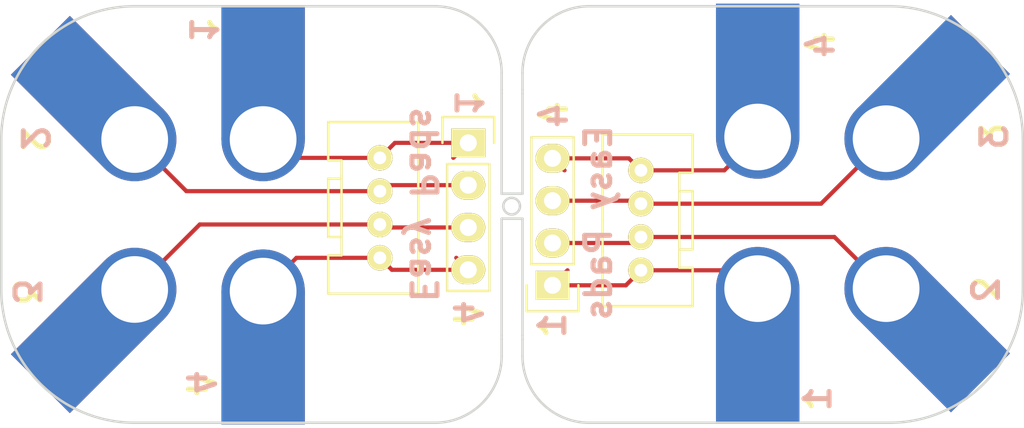
<source format=kicad_pcb>
(kicad_pcb (version 4) (host pcbnew 4.0.3-stable)

  (general
    (links 36)
    (no_connects 4)
    (area 78.924999 47.924999 140.325001 73.075001)
    (thickness 1.6)
    (drawings 55)
    (tracks 40)
    (zones 0)
    (modules 12)
    (nets 5)
  )

  (page A4)
  (layers
    (0 F.Cu signal)
    (31 B.Cu signal)
    (32 B.Adhes user)
    (33 F.Adhes user)
    (34 B.Paste user)
    (35 F.Paste user)
    (36 B.SilkS user)
    (37 F.SilkS user)
    (38 B.Mask user)
    (39 F.Mask user)
    (40 Dwgs.User user)
    (41 Cmts.User user)
    (42 Eco1.User user)
    (43 Eco2.User user)
    (44 Edge.Cuts user)
    (45 Margin user)
    (46 B.CrtYd user)
    (47 F.CrtYd user)
    (48 B.Fab user)
    (49 F.Fab user)
  )

  (setup
    (last_trace_width 0.25)
    (trace_clearance 0.2)
    (zone_clearance 0.508)
    (zone_45_only no)
    (trace_min 0.2)
    (segment_width 0.2)
    (edge_width 0.15)
    (via_size 0.6)
    (via_drill 0.4)
    (via_min_size 0.4)
    (via_min_drill 0.3)
    (uvia_size 0.3)
    (uvia_drill 0.1)
    (uvias_allowed no)
    (uvia_min_size 0.2)
    (uvia_min_drill 0.1)
    (pcb_text_width 0.3)
    (pcb_text_size 1.5 1.5)
    (mod_edge_width 0.15)
    (mod_text_size 1 1)
    (mod_text_width 0.15)
    (pad_size 1.524 1.524)
    (pad_drill 0.762)
    (pad_to_mask_clearance 0.2)
    (aux_axis_origin 0 0)
    (visible_elements FFFFB77F)
    (pcbplotparams
      (layerselection 0x00030_80000001)
      (usegerberextensions false)
      (excludeedgelayer true)
      (linewidth 0.100000)
      (plotframeref false)
      (viasonmask false)
      (mode 1)
      (useauxorigin false)
      (hpglpennumber 1)
      (hpglpenspeed 20)
      (hpglpendiameter 15)
      (hpglpenoverlay 2)
      (psnegative false)
      (psa4output false)
      (plotreference true)
      (plotvalue true)
      (plotinvisibletext false)
      (padsonsilk false)
      (subtractmaskfromsilk false)
      (outputformat 1)
      (mirror false)
      (drillshape 1)
      (scaleselection 1)
      (outputdirectory ""))
  )

  (net 0 "")
  (net 1 "Net-(P1-Pad1)")
  (net 2 "Net-(P1-Pad2)")
  (net 3 "Net-(P1-Pad3)")
  (net 4 "Net-(P1-Pad4)")

  (net_class Default "This is the default net class."
    (clearance 0.2)
    (trace_width 0.25)
    (via_dia 0.6)
    (via_drill 0.4)
    (uvia_dia 0.3)
    (uvia_drill 0.1)
    (add_net "Net-(P1-Pad1)")
    (add_net "Net-(P1-Pad2)")
    (add_net "Net-(P1-Pad3)")
    (add_net "Net-(P1-Pad4)")
  )

  (module w_conn_misc:z_BBC-BIT (layer F.Cu) (tedit 581EF109) (tstamp 58C87540)
    (at 124.35 55.85 180)
    (path /58C3D0A8)
    (fp_text reference P6 (at 0 0.125 180) (layer F.Fab)
      (effects (font (size 0.1 0.1) (thickness 0.01)))
    )
    (fp_text value CONN_01X01 (at 0 -0.125 180) (layer F.Fab)
      (effects (font (size 0.1 0.1) (thickness 0.01)))
    )
    (fp_text user %R (at 0 0 360) (layer Eco1.User)
      (effects (font (size 0.3 0.3) (thickness 0.03)))
    )
    (fp_line (start 0 -3.1) (end 0 3.1) (layer Cmts.User) (width 0.05))
    (fp_line (start -3.1 0) (end 3.1 0) (layer Cmts.User) (width 0.05))
    (fp_arc (start 0 0) (end -2.7 0) (angle 180) (layer F.CrtYd) (width 0.05))
    (fp_line (start 2.7 8.2) (end 2.7 0) (layer F.CrtYd) (width 0.05))
    (fp_line (start -2.7 8.2) (end 2.7 8.2) (layer F.CrtYd) (width 0.05))
    (fp_line (start -2.7 0) (end -2.7 8.2) (layer F.CrtYd) (width 0.05))
    (pad 1 thru_hole circle (at 0 0 180) (size 5 5) (drill 4) (layers *.Cu *.Mask)
      (net 4 "Net-(P1-Pad4)"))
    (pad 1 smd rect (at 0 4 180) (size 5 8) (layers F.Cu F.Mask)
      (net 4 "Net-(P1-Pad4)"))
    (pad 1 smd rect (at 0 4 180) (size 5 8) (layers *.Mask B.Cu)
      (net 4 "Net-(P1-Pad4)"))
  )

  (module w_conn_misc:z_BBC-BIT (layer F.Cu) (tedit 581EF109) (tstamp 58C87533)
    (at 132.05 55.95 135)
    (path /58C3D082)
    (fp_text reference P5 (at 0 0.125 135) (layer F.Fab)
      (effects (font (size 0.1 0.1) (thickness 0.01)))
    )
    (fp_text value CONN_01X01 (at 0 -0.125 135) (layer F.Fab)
      (effects (font (size 0.1 0.1) (thickness 0.01)))
    )
    (fp_text user %R (at 0 0 315) (layer Eco1.User)
      (effects (font (size 0.3 0.3) (thickness 0.03)))
    )
    (fp_line (start 0 -3.1) (end 0 3.1) (layer Cmts.User) (width 0.05))
    (fp_line (start -3.1 0) (end 3.1 0) (layer Cmts.User) (width 0.05))
    (fp_arc (start 0 0) (end -2.7 0) (angle 180) (layer F.CrtYd) (width 0.05))
    (fp_line (start 2.7 8.2) (end 2.7 0) (layer F.CrtYd) (width 0.05))
    (fp_line (start -2.7 8.2) (end 2.7 8.2) (layer F.CrtYd) (width 0.05))
    (fp_line (start -2.7 0) (end -2.7 8.2) (layer F.CrtYd) (width 0.05))
    (pad 1 thru_hole circle (at 0 0 135) (size 5 5) (drill 4) (layers *.Cu *.Mask)
      (net 3 "Net-(P1-Pad3)"))
    (pad 1 smd rect (at 0 4 135) (size 5 8) (layers F.Cu F.Mask)
      (net 3 "Net-(P1-Pad3)"))
    (pad 1 smd rect (at 0 4 135) (size 5 8) (layers *.Mask B.Cu)
      (net 3 "Net-(P1-Pad3)"))
  )

  (module w_conn_misc:z_BBC-BIT (layer F.Cu) (tedit 581EF109) (tstamp 58C87526)
    (at 132.05 64.95 45)
    (path /58C3D05D)
    (fp_text reference P4 (at 0 0.125 45) (layer F.Fab)
      (effects (font (size 0.1 0.1) (thickness 0.01)))
    )
    (fp_text value CONN_01X01 (at 0 -0.125 45) (layer F.Fab)
      (effects (font (size 0.1 0.1) (thickness 0.01)))
    )
    (fp_text user %R (at 0 0 225) (layer Eco1.User)
      (effects (font (size 0.3 0.3) (thickness 0.03)))
    )
    (fp_line (start 0 -3.1) (end 0 3.1) (layer Cmts.User) (width 0.05))
    (fp_line (start -3.1 0) (end 3.1 0) (layer Cmts.User) (width 0.05))
    (fp_arc (start 0 0) (end -2.7 0) (angle 180) (layer F.CrtYd) (width 0.05))
    (fp_line (start 2.7 8.2) (end 2.7 0) (layer F.CrtYd) (width 0.05))
    (fp_line (start -2.7 8.2) (end 2.7 8.2) (layer F.CrtYd) (width 0.05))
    (fp_line (start -2.7 0) (end -2.7 8.2) (layer F.CrtYd) (width 0.05))
    (pad 1 thru_hole circle (at 0 0 45) (size 5 5) (drill 4) (layers *.Cu *.Mask)
      (net 2 "Net-(P1-Pad2)"))
    (pad 1 smd rect (at 0 4 45) (size 5 8) (layers F.Cu F.Mask)
      (net 2 "Net-(P1-Pad2)"))
    (pad 1 smd rect (at 0 4 45) (size 5 8) (layers *.Mask B.Cu)
      (net 2 "Net-(P1-Pad2)"))
  )

  (module w_conn_misc:z_BBC-BIT (layer F.Cu) (tedit 581EF109) (tstamp 58C87519)
    (at 124.35 64.95)
    (path /58C3D034)
    (fp_text reference P3 (at 0 0.125) (layer F.Fab)
      (effects (font (size 0.1 0.1) (thickness 0.01)))
    )
    (fp_text value CONN_01X01 (at 0 -0.125) (layer F.Fab)
      (effects (font (size 0.1 0.1) (thickness 0.01)))
    )
    (fp_text user %R (at 0 0 180) (layer Eco1.User)
      (effects (font (size 0.3 0.3) (thickness 0.03)))
    )
    (fp_line (start 0 -3.1) (end 0 3.1) (layer Cmts.User) (width 0.05))
    (fp_line (start -3.1 0) (end 3.1 0) (layer Cmts.User) (width 0.05))
    (fp_arc (start 0 0) (end -2.7 0) (angle 180) (layer F.CrtYd) (width 0.05))
    (fp_line (start 2.7 8.2) (end 2.7 0) (layer F.CrtYd) (width 0.05))
    (fp_line (start -2.7 8.2) (end 2.7 8.2) (layer F.CrtYd) (width 0.05))
    (fp_line (start -2.7 0) (end -2.7 8.2) (layer F.CrtYd) (width 0.05))
    (pad 1 thru_hole circle (at 0 0) (size 5 5) (drill 4) (layers *.Cu *.Mask)
      (net 1 "Net-(P1-Pad1)"))
    (pad 1 smd rect (at 0 4) (size 5 8) (layers F.Cu F.Mask)
      (net 1 "Net-(P1-Pad1)"))
    (pad 1 smd rect (at 0 4) (size 5 8) (layers *.Mask B.Cu)
      (net 1 "Net-(P1-Pad1)"))
  )

  (module w_conn_misc:grove_1x04 (layer F.Cu) (tedit 58C8723A) (tstamp 58C87512)
    (at 117.35 63.85 180)
    (descr http://electronics.stackexchange.com/questions/247361/grove-connector-smd-footprint-dimensions)
    (tags Grove-1x04)
    (path /58C866EA)
    (fp_text reference P2 (at -1 -3 180) (layer F.SilkS) hide
      (effects (font (size 1 1) (thickness 0.15)))
    )
    (fp_text value Grove (at 3.5 3 270) (layer F.Fab) hide
      (effects (font (size 1 1) (thickness 0.15)))
    )
    (fp_line (start 2.3 1.2) (end 2.3 0) (layer F.SilkS) (width 0.15))
    (fp_line (start -2.3 1.1) (end -2.3 0.2) (layer F.SilkS) (width 0.15))
    (fp_line (start 2.55 -2.4) (end -3.35 -2.4) (layer B.CrtYd) (width 0.05))
    (fp_line (start -3.35 -2.4) (end -3.35 8.4) (layer B.CrtYd) (width 0.05))
    (fp_line (start -3.35 8.4) (end 2.55 8.4) (layer B.CrtYd) (width 0.05))
    (fp_line (start 2.55 8.4) (end 2.55 -2.4) (layer B.CrtYd) (width 0.05))
    (fp_line (start -3.05 -2.4) (end -3.35 -2.4) (layer F.CrtYd) (width 0.05))
    (fp_line (start -3.35 -2.4) (end -3.35 8.4) (layer F.CrtYd) (width 0.05))
    (fp_line (start -3.35 8.4) (end 2.55 8.4) (layer F.CrtYd) (width 0.05))
    (fp_line (start 2.55 8.4) (end 2.55 -2.4) (layer F.CrtYd) (width 0.05))
    (fp_line (start -3.05 -2.4) (end 2.55 -2.4) (layer F.CrtYd) (width 0.05))
    (fp_line (start -2.95 0.15) (end -2.3 0.15) (layer F.SilkS) (width 0.15))
    (fp_line (start -2.3 1.05) (end -2.3 5.85) (layer F.SilkS) (width 0.15))
    (fp_line (start -2.95 8.15) (end -3.1 8.15) (layer F.SilkS) (width 0.15))
    (fp_line (start -3.1 8.15) (end -3.1 8) (layer F.SilkS) (width 0.15))
    (fp_line (start -3.1 6) (end -3.1 5.85) (layer F.SilkS) (width 0.15))
    (fp_line (start 2 8.15) (end 2.15 8.15) (layer F.SilkS) (width 0.15))
    (fp_line (start 2.15 8.15) (end 2.3 8.15) (layer F.SilkS) (width 0.15))
    (fp_line (start 2.3 8.15) (end 2.3 3) (layer F.SilkS) (width 0.15))
    (fp_line (start 2.3 -2) (end 2.3 0.1) (layer F.SilkS) (width 0.15))
    (fp_line (start -2.95 0.15) (end -3.1 0.15) (layer F.SilkS) (width 0.15))
    (fp_line (start -3.1 0.15) (end -3.1 0) (layer F.SilkS) (width 0.15))
    (fp_line (start -3.1 -2) (end -3.1 -2.15) (layer F.SilkS) (width 0.15))
    (fp_line (start -3.1 -2.15) (end -2.95 -2.15) (layer F.SilkS) (width 0.15))
    (fp_line (start 2 -2.15) (end 2.3 -2.15) (layer F.SilkS) (width 0.15))
    (fp_line (start 2.3 -2.15) (end 2.3 -2.05) (layer F.SilkS) (width 0.15))
    (fp_line (start 2.3 -2.05) (end 2.3 -2) (layer F.SilkS) (width 0.15))
    (fp_line (start -2.3 1.25) (end -3.1 1.25) (layer F.SilkS) (width 0.15))
    (fp_line (start -3.1 1.25) (end -3.1 4.75) (layer F.SilkS) (width 0.15))
    (fp_line (start -3.1 4.75) (end -2.3 4.75) (layer F.SilkS) (width 0.15))
    (fp_line (start 2.3 1.05) (end 2.3 3) (layer F.SilkS) (width 0.15))
    (fp_line (start -2.95 -2.15) (end 2 -2.15) (layer F.SilkS) (width 0.15))
    (fp_line (start -2.95 8.15) (end 2 8.15) (layer F.SilkS) (width 0.15))
    (fp_line (start -3.1 5.85) (end -2.3 5.85) (layer F.SilkS) (width 0.15))
    (fp_line (start -3.1 -2) (end -3.1 0) (layer F.SilkS) (width 0.15))
    (fp_line (start -3.1 6) (end -3.1 8) (layer F.SilkS) (width 0.15))
    (fp_line (start -3.35 -2.4) (end 2.55 -2.4) (layer F.Fab) (width 0.1))
    (fp_line (start 2.55 -2.4) (end 2.55 8.4) (layer F.Fab) (width 0.1))
    (fp_line (start 2.55 8.4) (end -3.35 8.4) (layer F.Fab) (width 0.1))
    (fp_line (start -3.35 8.4) (end -3.35 -2.4) (layer F.Fab) (width 0.1))
    (fp_line (start 2.55 8.4) (end -3.35 8.4) (layer B.Fab) (width 0.1))
    (fp_line (start -3.35 8.4) (end -3.35 -2.4) (layer B.Fab) (width 0.1))
    (fp_line (start -3.35 -2.4) (end 2.55 -2.4) (layer B.Fab) (width 0.1))
    (fp_line (start 2.55 -2.4) (end 2.55 8.375) (layer B.Fab) (width 0.1))
    (pad 1 thru_hole circle (at 0 0 180) (size 1.524 1.524) (drill 0.762) (layers *.Cu *.Mask F.SilkS)
      (net 1 "Net-(P1-Pad1)"))
    (pad 2 thru_hole circle (at 0 2 180) (size 1.524 1.524) (drill 0.762) (layers *.Cu *.Mask F.SilkS)
      (net 2 "Net-(P1-Pad2)"))
    (pad 3 thru_hole circle (at 0 4 180) (size 1.524 1.524) (drill 0.762) (layers *.Cu *.Mask F.SilkS)
      (net 3 "Net-(P1-Pad3)"))
    (pad 4 thru_hole circle (at 0 6 180) (size 1.524 1.524) (drill 0.762) (layers *.Cu *.Mask F.SilkS)
      (net 4 "Net-(P1-Pad4)"))
    (model ${KISYS3DMOD}/Grove_1x04.3dshapes/Grove_1x04.wrl
      (at (xyz 0 0 0))
      (scale (xyz 0.3937 0.3937 0.3937))
      (rotate (xyz 0 0 -90))
    )
  )

  (module Pin_Headers:Pin_Header_Straight_1x04 (layer F.Cu) (tedit 58C87236) (tstamp 58C8750B)
    (at 112.05 64.75 180)
    (descr "Through hole pin header")
    (tags "pin header")
    (path /58C3CFD5)
    (fp_text reference P1 (at 0 -5.1 180) (layer F.SilkS) hide
      (effects (font (size 1 1) (thickness 0.15)))
    )
    (fp_text value Angled (at 0 -3.1 180) (layer F.Fab) hide
      (effects (font (size 1 1) (thickness 0.15)))
    )
    (fp_line (start -1.75 -1.75) (end -1.75 9.4) (layer F.CrtYd) (width 0.05))
    (fp_line (start 1.75 -1.75) (end 1.75 9.4) (layer F.CrtYd) (width 0.05))
    (fp_line (start -1.75 -1.75) (end 1.75 -1.75) (layer F.CrtYd) (width 0.05))
    (fp_line (start -1.75 9.4) (end 1.75 9.4) (layer F.CrtYd) (width 0.05))
    (fp_line (start -1.27 1.27) (end -1.27 8.89) (layer F.SilkS) (width 0.15))
    (fp_line (start 1.27 1.27) (end 1.27 8.89) (layer F.SilkS) (width 0.15))
    (fp_line (start 1.55 -1.55) (end 1.55 0) (layer F.SilkS) (width 0.15))
    (fp_line (start -1.27 8.89) (end 1.27 8.89) (layer F.SilkS) (width 0.15))
    (fp_line (start 1.27 1.27) (end -1.27 1.27) (layer F.SilkS) (width 0.15))
    (fp_line (start -1.55 0) (end -1.55 -1.55) (layer F.SilkS) (width 0.15))
    (fp_line (start -1.55 -1.55) (end 1.55 -1.55) (layer F.SilkS) (width 0.15))
    (pad 1 thru_hole rect (at 0 0 180) (size 2.032 1.7272) (drill 1.016) (layers *.Cu *.Mask F.SilkS)
      (net 1 "Net-(P1-Pad1)"))
    (pad 2 thru_hole oval (at 0 2.54 180) (size 2.032 1.7272) (drill 1.016) (layers *.Cu *.Mask F.SilkS)
      (net 2 "Net-(P1-Pad2)"))
    (pad 3 thru_hole oval (at 0 5.08 180) (size 2.032 1.7272) (drill 1.016) (layers *.Cu *.Mask F.SilkS)
      (net 3 "Net-(P1-Pad3)"))
    (pad 4 thru_hole oval (at 0 7.62 180) (size 2.032 1.7272) (drill 1.016) (layers *.Cu *.Mask F.SilkS)
      (net 4 "Net-(P1-Pad4)"))
    (model Pin_Headers.3dshapes/Pin_Header_Straight_1x04.wrl
      (at (xyz 0 -0.15 0))
      (scale (xyz 1 1 1))
      (rotate (xyz 0 0 90))
    )
  )

  (module Pin_Headers:Pin_Header_Straight_1x04 (layer F.Cu) (tedit 58C87236) (tstamp 58C8684B)
    (at 107 56.2)
    (descr "Through hole pin header")
    (tags "pin header")
    (path /58C3CFD5)
    (fp_text reference P1 (at 0 -5.1) (layer F.SilkS) hide
      (effects (font (size 1 1) (thickness 0.15)))
    )
    (fp_text value Angled (at 0 -3.1) (layer F.Fab) hide
      (effects (font (size 1 1) (thickness 0.15)))
    )
    (fp_line (start -1.75 -1.75) (end -1.75 9.4) (layer F.CrtYd) (width 0.05))
    (fp_line (start 1.75 -1.75) (end 1.75 9.4) (layer F.CrtYd) (width 0.05))
    (fp_line (start -1.75 -1.75) (end 1.75 -1.75) (layer F.CrtYd) (width 0.05))
    (fp_line (start -1.75 9.4) (end 1.75 9.4) (layer F.CrtYd) (width 0.05))
    (fp_line (start -1.27 1.27) (end -1.27 8.89) (layer F.SilkS) (width 0.15))
    (fp_line (start 1.27 1.27) (end 1.27 8.89) (layer F.SilkS) (width 0.15))
    (fp_line (start 1.55 -1.55) (end 1.55 0) (layer F.SilkS) (width 0.15))
    (fp_line (start -1.27 8.89) (end 1.27 8.89) (layer F.SilkS) (width 0.15))
    (fp_line (start 1.27 1.27) (end -1.27 1.27) (layer F.SilkS) (width 0.15))
    (fp_line (start -1.55 0) (end -1.55 -1.55) (layer F.SilkS) (width 0.15))
    (fp_line (start -1.55 -1.55) (end 1.55 -1.55) (layer F.SilkS) (width 0.15))
    (pad 1 thru_hole rect (at 0 0) (size 2.032 1.7272) (drill 1.016) (layers *.Cu *.Mask F.SilkS)
      (net 1 "Net-(P1-Pad1)"))
    (pad 2 thru_hole oval (at 0 2.54) (size 2.032 1.7272) (drill 1.016) (layers *.Cu *.Mask F.SilkS)
      (net 2 "Net-(P1-Pad2)"))
    (pad 3 thru_hole oval (at 0 5.08) (size 2.032 1.7272) (drill 1.016) (layers *.Cu *.Mask F.SilkS)
      (net 3 "Net-(P1-Pad3)"))
    (pad 4 thru_hole oval (at 0 7.62) (size 2.032 1.7272) (drill 1.016) (layers *.Cu *.Mask F.SilkS)
      (net 4 "Net-(P1-Pad4)"))
    (model Pin_Headers.3dshapes/Pin_Header_Straight_1x04.wrl
      (at (xyz 0 -0.15 0))
      (scale (xyz 1 1 1))
      (rotate (xyz 0 0 90))
    )
  )

  (module w_conn_misc:grove_1x04 (layer F.Cu) (tedit 58C8723A) (tstamp 58C86853)
    (at 101.7 57.1)
    (descr http://electronics.stackexchange.com/questions/247361/grove-connector-smd-footprint-dimensions)
    (tags Grove-1x04)
    (path /58C866EA)
    (fp_text reference P2 (at -1 -3) (layer F.SilkS) hide
      (effects (font (size 1 1) (thickness 0.15)))
    )
    (fp_text value Grove (at 3.5 3 90) (layer F.Fab) hide
      (effects (font (size 1 1) (thickness 0.15)))
    )
    (fp_line (start 2.3 1.2) (end 2.3 0) (layer F.SilkS) (width 0.15))
    (fp_line (start -2.3 1.1) (end -2.3 0.2) (layer F.SilkS) (width 0.15))
    (fp_line (start 2.55 -2.4) (end -3.35 -2.4) (layer B.CrtYd) (width 0.05))
    (fp_line (start -3.35 -2.4) (end -3.35 8.4) (layer B.CrtYd) (width 0.05))
    (fp_line (start -3.35 8.4) (end 2.55 8.4) (layer B.CrtYd) (width 0.05))
    (fp_line (start 2.55 8.4) (end 2.55 -2.4) (layer B.CrtYd) (width 0.05))
    (fp_line (start -3.05 -2.4) (end -3.35 -2.4) (layer F.CrtYd) (width 0.05))
    (fp_line (start -3.35 -2.4) (end -3.35 8.4) (layer F.CrtYd) (width 0.05))
    (fp_line (start -3.35 8.4) (end 2.55 8.4) (layer F.CrtYd) (width 0.05))
    (fp_line (start 2.55 8.4) (end 2.55 -2.4) (layer F.CrtYd) (width 0.05))
    (fp_line (start -3.05 -2.4) (end 2.55 -2.4) (layer F.CrtYd) (width 0.05))
    (fp_line (start -2.95 0.15) (end -2.3 0.15) (layer F.SilkS) (width 0.15))
    (fp_line (start -2.3 1.05) (end -2.3 5.85) (layer F.SilkS) (width 0.15))
    (fp_line (start -2.95 8.15) (end -3.1 8.15) (layer F.SilkS) (width 0.15))
    (fp_line (start -3.1 8.15) (end -3.1 8) (layer F.SilkS) (width 0.15))
    (fp_line (start -3.1 6) (end -3.1 5.85) (layer F.SilkS) (width 0.15))
    (fp_line (start 2 8.15) (end 2.15 8.15) (layer F.SilkS) (width 0.15))
    (fp_line (start 2.15 8.15) (end 2.3 8.15) (layer F.SilkS) (width 0.15))
    (fp_line (start 2.3 8.15) (end 2.3 3) (layer F.SilkS) (width 0.15))
    (fp_line (start 2.3 -2) (end 2.3 0.1) (layer F.SilkS) (width 0.15))
    (fp_line (start -2.95 0.15) (end -3.1 0.15) (layer F.SilkS) (width 0.15))
    (fp_line (start -3.1 0.15) (end -3.1 0) (layer F.SilkS) (width 0.15))
    (fp_line (start -3.1 -2) (end -3.1 -2.15) (layer F.SilkS) (width 0.15))
    (fp_line (start -3.1 -2.15) (end -2.95 -2.15) (layer F.SilkS) (width 0.15))
    (fp_line (start 2 -2.15) (end 2.3 -2.15) (layer F.SilkS) (width 0.15))
    (fp_line (start 2.3 -2.15) (end 2.3 -2.05) (layer F.SilkS) (width 0.15))
    (fp_line (start 2.3 -2.05) (end 2.3 -2) (layer F.SilkS) (width 0.15))
    (fp_line (start -2.3 1.25) (end -3.1 1.25) (layer F.SilkS) (width 0.15))
    (fp_line (start -3.1 1.25) (end -3.1 4.75) (layer F.SilkS) (width 0.15))
    (fp_line (start -3.1 4.75) (end -2.3 4.75) (layer F.SilkS) (width 0.15))
    (fp_line (start 2.3 1.05) (end 2.3 3) (layer F.SilkS) (width 0.15))
    (fp_line (start -2.95 -2.15) (end 2 -2.15) (layer F.SilkS) (width 0.15))
    (fp_line (start -2.95 8.15) (end 2 8.15) (layer F.SilkS) (width 0.15))
    (fp_line (start -3.1 5.85) (end -2.3 5.85) (layer F.SilkS) (width 0.15))
    (fp_line (start -3.1 -2) (end -3.1 0) (layer F.SilkS) (width 0.15))
    (fp_line (start -3.1 6) (end -3.1 8) (layer F.SilkS) (width 0.15))
    (fp_line (start -3.35 -2.4) (end 2.55 -2.4) (layer F.Fab) (width 0.1))
    (fp_line (start 2.55 -2.4) (end 2.55 8.4) (layer F.Fab) (width 0.1))
    (fp_line (start 2.55 8.4) (end -3.35 8.4) (layer F.Fab) (width 0.1))
    (fp_line (start -3.35 8.4) (end -3.35 -2.4) (layer F.Fab) (width 0.1))
    (fp_line (start 2.55 8.4) (end -3.35 8.4) (layer B.Fab) (width 0.1))
    (fp_line (start -3.35 8.4) (end -3.35 -2.4) (layer B.Fab) (width 0.1))
    (fp_line (start -3.35 -2.4) (end 2.55 -2.4) (layer B.Fab) (width 0.1))
    (fp_line (start 2.55 -2.4) (end 2.55 8.375) (layer B.Fab) (width 0.1))
    (pad 1 thru_hole circle (at 0 0) (size 1.524 1.524) (drill 0.762) (layers *.Cu *.Mask F.SilkS)
      (net 1 "Net-(P1-Pad1)"))
    (pad 2 thru_hole circle (at 0 2) (size 1.524 1.524) (drill 0.762) (layers *.Cu *.Mask F.SilkS)
      (net 2 "Net-(P1-Pad2)"))
    (pad 3 thru_hole circle (at 0 4) (size 1.524 1.524) (drill 0.762) (layers *.Cu *.Mask F.SilkS)
      (net 3 "Net-(P1-Pad3)"))
    (pad 4 thru_hole circle (at 0 6) (size 1.524 1.524) (drill 0.762) (layers *.Cu *.Mask F.SilkS)
      (net 4 "Net-(P1-Pad4)"))
    (model ${KISYS3DMOD}/Grove_1x04.3dshapes/Grove_1x04.wrl
      (at (xyz 0 0 0))
      (scale (xyz 0.3937 0.3937 0.3937))
      (rotate (xyz 0 0 -90))
    )
  )

  (module w_conn_misc:z_BBC-BIT (layer F.Cu) (tedit 581EF109) (tstamp 58C8685A)
    (at 94.7 56 180)
    (path /58C3D034)
    (fp_text reference P3 (at 0 0.125 180) (layer F.Fab)
      (effects (font (size 0.1 0.1) (thickness 0.01)))
    )
    (fp_text value CONN_01X01 (at 0 -0.125 180) (layer F.Fab)
      (effects (font (size 0.1 0.1) (thickness 0.01)))
    )
    (fp_text user %R (at 0 0 360) (layer Eco1.User)
      (effects (font (size 0.3 0.3) (thickness 0.03)))
    )
    (fp_line (start 0 -3.1) (end 0 3.1) (layer Cmts.User) (width 0.05))
    (fp_line (start -3.1 0) (end 3.1 0) (layer Cmts.User) (width 0.05))
    (fp_arc (start 0 0) (end -2.7 0) (angle 180) (layer F.CrtYd) (width 0.05))
    (fp_line (start 2.7 8.2) (end 2.7 0) (layer F.CrtYd) (width 0.05))
    (fp_line (start -2.7 8.2) (end 2.7 8.2) (layer F.CrtYd) (width 0.05))
    (fp_line (start -2.7 0) (end -2.7 8.2) (layer F.CrtYd) (width 0.05))
    (pad 1 thru_hole circle (at 0 0 180) (size 5 5) (drill 4) (layers *.Cu *.Mask)
      (net 1 "Net-(P1-Pad1)"))
    (pad 1 smd rect (at 0 4 180) (size 5 8) (layers F.Cu F.Mask)
      (net 1 "Net-(P1-Pad1)"))
    (pad 1 smd rect (at 0 4 180) (size 5 8) (layers *.Mask B.Cu)
      (net 1 "Net-(P1-Pad1)"))
  )

  (module w_conn_misc:z_BBC-BIT (layer F.Cu) (tedit 581EF109) (tstamp 58C86861)
    (at 87 56 225)
    (path /58C3D05D)
    (fp_text reference P4 (at 0 0.125 225) (layer F.Fab)
      (effects (font (size 0.1 0.1) (thickness 0.01)))
    )
    (fp_text value CONN_01X01 (at 0 -0.125 225) (layer F.Fab)
      (effects (font (size 0.1 0.1) (thickness 0.01)))
    )
    (fp_text user %R (at 0 0 405) (layer Eco1.User)
      (effects (font (size 0.3 0.3) (thickness 0.03)))
    )
    (fp_line (start 0 -3.1) (end 0 3.1) (layer Cmts.User) (width 0.05))
    (fp_line (start -3.1 0) (end 3.1 0) (layer Cmts.User) (width 0.05))
    (fp_arc (start 0 0) (end -2.7 0) (angle 180) (layer F.CrtYd) (width 0.05))
    (fp_line (start 2.7 8.2) (end 2.7 0) (layer F.CrtYd) (width 0.05))
    (fp_line (start -2.7 8.2) (end 2.7 8.2) (layer F.CrtYd) (width 0.05))
    (fp_line (start -2.7 0) (end -2.7 8.2) (layer F.CrtYd) (width 0.05))
    (pad 1 thru_hole circle (at 0 0 225) (size 5 5) (drill 4) (layers *.Cu *.Mask)
      (net 2 "Net-(P1-Pad2)"))
    (pad 1 smd rect (at 0 4 225) (size 5 8) (layers F.Cu F.Mask)
      (net 2 "Net-(P1-Pad2)"))
    (pad 1 smd rect (at 0 4 225) (size 5 8) (layers *.Mask B.Cu)
      (net 2 "Net-(P1-Pad2)"))
  )

  (module w_conn_misc:z_BBC-BIT (layer F.Cu) (tedit 581EF109) (tstamp 58C86868)
    (at 87 65 315)
    (path /58C3D082)
    (fp_text reference P5 (at 0 0.125 315) (layer F.Fab)
      (effects (font (size 0.1 0.1) (thickness 0.01)))
    )
    (fp_text value CONN_01X01 (at 0 -0.125 315) (layer F.Fab)
      (effects (font (size 0.1 0.1) (thickness 0.01)))
    )
    (fp_text user %R (at 0 0 495) (layer Eco1.User)
      (effects (font (size 0.3 0.3) (thickness 0.03)))
    )
    (fp_line (start 0 -3.1) (end 0 3.1) (layer Cmts.User) (width 0.05))
    (fp_line (start -3.1 0) (end 3.1 0) (layer Cmts.User) (width 0.05))
    (fp_arc (start 0 0) (end -2.7 0) (angle 180) (layer F.CrtYd) (width 0.05))
    (fp_line (start 2.7 8.2) (end 2.7 0) (layer F.CrtYd) (width 0.05))
    (fp_line (start -2.7 8.2) (end 2.7 8.2) (layer F.CrtYd) (width 0.05))
    (fp_line (start -2.7 0) (end -2.7 8.2) (layer F.CrtYd) (width 0.05))
    (pad 1 thru_hole circle (at 0 0 315) (size 5 5) (drill 4) (layers *.Cu *.Mask)
      (net 3 "Net-(P1-Pad3)"))
    (pad 1 smd rect (at 0 4 315) (size 5 8) (layers F.Cu F.Mask)
      (net 3 "Net-(P1-Pad3)"))
    (pad 1 smd rect (at 0 4 315) (size 5 8) (layers *.Mask B.Cu)
      (net 3 "Net-(P1-Pad3)"))
  )

  (module w_conn_misc:z_BBC-BIT (layer F.Cu) (tedit 581EF109) (tstamp 58C8686F)
    (at 94.7 65.1)
    (path /58C3D0A8)
    (fp_text reference P6 (at 0 0.125) (layer F.Fab)
      (effects (font (size 0.1 0.1) (thickness 0.01)))
    )
    (fp_text value CONN_01X01 (at 0 -0.125) (layer F.Fab)
      (effects (font (size 0.1 0.1) (thickness 0.01)))
    )
    (fp_text user %R (at 0 0 180) (layer Eco1.User)
      (effects (font (size 0.3 0.3) (thickness 0.03)))
    )
    (fp_line (start 0 -3.1) (end 0 3.1) (layer Cmts.User) (width 0.05))
    (fp_line (start -3.1 0) (end 3.1 0) (layer Cmts.User) (width 0.05))
    (fp_arc (start 0 0) (end -2.7 0) (angle 180) (layer F.CrtYd) (width 0.05))
    (fp_line (start 2.7 8.2) (end 2.7 0) (layer F.CrtYd) (width 0.05))
    (fp_line (start -2.7 8.2) (end 2.7 8.2) (layer F.CrtYd) (width 0.05))
    (fp_line (start -2.7 0) (end -2.7 8.2) (layer F.CrtYd) (width 0.05))
    (pad 1 thru_hole circle (at 0 0) (size 5 5) (drill 4) (layers *.Cu *.Mask)
      (net 4 "Net-(P1-Pad4)"))
    (pad 1 smd rect (at 0 4) (size 5 8) (layers F.Cu F.Mask)
      (net 4 "Net-(P1-Pad4)"))
    (pad 1 smd rect (at 0 4) (size 5 8) (layers *.Mask B.Cu)
      (net 4 "Net-(P1-Pad4)"))
  )

  (gr_text "Easy Pads" (at 114.8 61 90) (layer B.SilkS)
    (effects (font (size 1.5 1.5) (thickness 0.3)) (justify mirror))
  )
  (gr_text 2 (at 138.05 64.95 90) (layer F.SilkS) (tstamp 58C87565)
    (effects (font (size 1.5 1.5) (thickness 0.3)))
  )
  (gr_text 3 (at 138.55 55.75 90) (layer F.SilkS) (tstamp 58C87564)
    (effects (font (size 1.5 1.5) (thickness 0.3)))
  )
  (gr_text 4 (at 128.15 50.25 90) (layer F.SilkS) (tstamp 58C87563)
    (effects (font (size 1.5 1.5) (thickness 0.3)))
  )
  (gr_text 1 (at 127.95 71.55 90) (layer F.SilkS) (tstamp 58C87562)
    (effects (font (size 1.5 1.5) (thickness 0.3)))
  )
  (gr_text 1 (at 112.05 67.15 90) (layer F.SilkS) (tstamp 58C87561)
    (effects (font (size 1.5 1.5) (thickness 0.3)))
  )
  (gr_text 4 (at 112.15 54.45 90) (layer F.SilkS) (tstamp 58C87560)
    (effects (font (size 1.5 1.5) (thickness 0.3)))
  )
  (gr_text 1 (at 112.05 67.15 90) (layer B.SilkS) (tstamp 58C8755F)
    (effects (font (size 1.5 1.5) (thickness 0.3)) (justify mirror))
  )
  (gr_text 4 (at 112.15 54.55 90) (layer B.SilkS) (tstamp 58C8755E)
    (effects (font (size 1.5 1.5) (thickness 0.3)) (justify mirror))
  )
  (gr_text 1 (at 127.95 71.55 90) (layer B.SilkS) (tstamp 58C8755D)
    (effects (font (size 1.5 1.5) (thickness 0.3)) (justify mirror))
  )
  (gr_text 2 (at 138.05 65.05 90) (layer B.SilkS) (tstamp 58C8755C)
    (effects (font (size 1.5 1.5) (thickness 0.3)) (justify mirror))
  )
  (gr_text 3 (at 138.55 55.85 90) (layer B.SilkS) (tstamp 58C8755B)
    (effects (font (size 1.5 1.5) (thickness 0.3)) (justify mirror))
  )
  (gr_text 4 (at 128.15 50.35 90) (layer B.SilkS) (tstamp 58C8755A)
    (effects (font (size 1.5 1.5) (thickness 0.3)) (justify mirror))
  )
  (gr_text 4 (at 90.9 70.6 270) (layer B.SilkS)
    (effects (font (size 1.5 1.5) (thickness 0.3)) (justify mirror))
  )
  (gr_text 3 (at 80.5 65.1 270) (layer B.SilkS)
    (effects (font (size 1.5 1.5) (thickness 0.3)) (justify mirror))
  )
  (gr_text 2 (at 81 55.9 270) (layer B.SilkS)
    (effects (font (size 1.5 1.5) (thickness 0.3)) (justify mirror))
  )
  (gr_text 1 (at 91.1 49.4 270) (layer B.SilkS)
    (effects (font (size 1.5 1.5) (thickness 0.3)) (justify mirror))
  )
  (gr_text 4 (at 106.9 66.4 270) (layer B.SilkS)
    (effects (font (size 1.5 1.5) (thickness 0.3)) (justify mirror))
  )
  (gr_text 1 (at 107 53.8 270) (layer B.SilkS)
    (effects (font (size 1.5 1.5) (thickness 0.3)) (justify mirror))
  )
  (gr_text "Easy Pads" (at 104.3 59.9 270) (layer B.SilkS)
    (effects (font (size 1.5 1.5) (thickness 0.3)) (justify mirror))
  )
  (gr_text 4 (at 106.9 66.5 270) (layer F.SilkS)
    (effects (font (size 1.5 1.5) (thickness 0.3)))
  )
  (gr_text 1 (at 107 53.8 270) (layer F.SilkS)
    (effects (font (size 1.5 1.5) (thickness 0.3)))
  )
  (gr_text 1 (at 91.1 49.4 270) (layer F.SilkS)
    (effects (font (size 1.5 1.5) (thickness 0.3)))
  )
  (gr_text 4 (at 90.9 70.7 270) (layer F.SilkS)
    (effects (font (size 1.5 1.5) (thickness 0.3)))
  )
  (gr_text 3 (at 80.5 65.2 270) (layer F.SilkS)
    (effects (font (size 1.5 1.5) (thickness 0.3)))
  )
  (gr_text 2 (at 81 56 270) (layer F.SilkS)
    (effects (font (size 1.5 1.5) (thickness 0.3)))
  )
  (gr_circle (center 109.6 60) (end 110.1 60) (layer Edge.Cuts) (width 0.15))
  (gr_line (start 109 60.75) (end 110.25 60.75) (angle 90) (layer Edge.Cuts) (width 0.15))
  (gr_line (start 109 59.25) (end 110.25 59.25) (angle 90) (layer Edge.Cuts) (width 0.15))
  (gr_line (start 110.25 60.75) (end 110.25 67.75) (angle 90) (layer Edge.Cuts) (width 0.15))
  (gr_line (start 109 67.75) (end 109 60.75) (angle 90) (layer Edge.Cuts) (width 0.15))
  (gr_line (start 110.25 53.25) (end 110.25 59.25) (angle 90) (layer Edge.Cuts) (width 0.15))
  (gr_line (start 109 53.25) (end 109 59.25) (angle 90) (layer Edge.Cuts) (width 0.15))
  (gr_line (start 110.25 53.25) (end 110.25 53) (angle 90) (layer Edge.Cuts) (width 0.15))
  (gr_line (start 109 53) (end 109 53.25) (angle 90) (layer Edge.Cuts) (width 0.15))
  (gr_line (start 110.25 67.75) (end 110.25 68) (angle 90) (layer Edge.Cuts) (width 0.15))
  (gr_line (start 109 68) (end 109 67.75) (angle 90) (layer Edge.Cuts) (width 0.15))
  (gr_line (start 110.25 52) (end 110.25 53) (angle 90) (layer Edge.Cuts) (width 0.15))
  (gr_line (start 109 52) (end 109 53) (angle 90) (layer Edge.Cuts) (width 0.15))
  (gr_line (start 110.25 68) (end 110.25 69) (angle 90) (layer Edge.Cuts) (width 0.15))
  (gr_line (start 109 68) (end 109 69) (angle 90) (layer Edge.Cuts) (width 0.15))
  (gr_arc (start 114.25 69) (end 114.25 73) (angle 90) (layer Edge.Cuts) (width 0.15) (tstamp 58C86F91))
  (gr_arc (start 114.25 52) (end 110.25 52) (angle 90) (layer Edge.Cuts) (width 0.15) (tstamp 58C86F90))
  (gr_arc (start 132.25 56) (end 132.25 48) (angle 90) (layer Edge.Cuts) (width 0.15) (tstamp 58C86F8F))
  (gr_arc (start 132.25 65) (end 140.25 65) (angle 90) (layer Edge.Cuts) (width 0.15) (tstamp 58C86F8E))
  (gr_line (start 132.25 48) (end 114.25 48) (angle 90) (layer Edge.Cuts) (width 0.15) (tstamp 58C86F8D))
  (gr_line (start 114.25 73) (end 132.25 73) (angle 90) (layer Edge.Cuts) (width 0.15) (tstamp 58C86F8B))
  (gr_line (start 140.25 65) (end 140.25 56) (angle 90) (layer Edge.Cuts) (width 0.15) (tstamp 58C86F8A))
  (gr_line (start 79 56) (end 79 65) (angle 90) (layer Edge.Cuts) (width 0.15))
  (gr_line (start 105 48) (end 87 48) (angle 90) (layer Edge.Cuts) (width 0.15))
  (gr_line (start 87 73) (end 105 73) (angle 90) (layer Edge.Cuts) (width 0.15))
  (gr_arc (start 87 56) (end 79 56) (angle 90) (layer Edge.Cuts) (width 0.15))
  (gr_arc (start 87 65) (end 87 73) (angle 90) (layer Edge.Cuts) (width 0.15))
  (gr_arc (start 105 69) (end 109 69) (angle 90) (layer Edge.Cuts) (width 0.15))
  (gr_arc (start 105 52) (end 105 48) (angle 90) (layer Edge.Cuts) (width 0.15))

  (segment (start 112.95 63.85) (end 112.05 64.75) (width 0.25) (layer F.Cu) (net 1) (tstamp 58C8754A))
  (segment (start 123.25 63.85) (end 124.35 64.95) (width 0.25) (layer F.Cu) (net 1) (tstamp 58C87549))
  (segment (start 117.35 63.85) (end 123.25 63.85) (width 0.25) (layer F.Cu) (net 1) (tstamp 58C87548))
  (segment (start 116.45 64.75) (end 117.35 63.85) (width 0.25) (layer F.Cu) (net 1) (tstamp 58C87547))
  (segment (start 112.05 64.75) (end 116.45 64.75) (width 0.25) (layer F.Cu) (net 1) (tstamp 58C87546))
  (segment (start 107 56.2) (end 102.6 56.2) (width 0.25) (layer F.Cu) (net 1))
  (segment (start 102.6 56.2) (end 101.7 57.1) (width 0.25) (layer F.Cu) (net 1))
  (segment (start 101.7 57.1) (end 95.8 57.1) (width 0.25) (layer F.Cu) (net 1))
  (segment (start 95.8 57.1) (end 94.7 56) (width 0.25) (layer F.Cu) (net 1))
  (segment (start 106.1 57.1) (end 107 56.2) (width 0.25) (layer F.Cu) (net 1) (tstamp 58C872BF))
  (segment (start 112.41 61.85) (end 112.05 62.21) (width 0.25) (layer F.Cu) (net 2) (tstamp 58C8754F))
  (segment (start 128.95 61.85) (end 117.35 61.85) (width 0.25) (layer F.Cu) (net 2) (tstamp 58C8754E))
  (segment (start 132.05 64.95) (end 128.95 61.85) (width 0.25) (layer F.Cu) (net 2) (tstamp 58C8754D))
  (segment (start 116.99 62.21) (end 117.35 61.85) (width 0.25) (layer F.Cu) (net 2) (tstamp 58C8754C))
  (segment (start 112.05 62.21) (end 116.99 62.21) (width 0.25) (layer F.Cu) (net 2) (tstamp 58C8754B))
  (segment (start 107 58.74) (end 102.06 58.74) (width 0.25) (layer F.Cu) (net 2))
  (segment (start 102.06 58.74) (end 101.7 59.1) (width 0.25) (layer F.Cu) (net 2))
  (segment (start 87 56) (end 90.1 59.1) (width 0.25) (layer F.Cu) (net 2))
  (segment (start 90.1 59.1) (end 101.7 59.1) (width 0.25) (layer F.Cu) (net 2))
  (segment (start 106.64 59.1) (end 107 58.74) (width 0.25) (layer F.Cu) (net 2) (tstamp 58C872C2))
  (segment (start 112.23 59.85) (end 112.05 59.67) (width 0.25) (layer F.Cu) (net 3) (tstamp 58C87554))
  (segment (start 128.15 59.85) (end 117.35 59.85) (width 0.25) (layer F.Cu) (net 3) (tstamp 58C87553))
  (segment (start 132.05 55.95) (end 128.15 59.85) (width 0.25) (layer F.Cu) (net 3) (tstamp 58C87552))
  (segment (start 117.17 59.67) (end 117.35 59.85) (width 0.25) (layer F.Cu) (net 3) (tstamp 58C87551))
  (segment (start 112.05 59.67) (end 117.17 59.67) (width 0.25) (layer F.Cu) (net 3) (tstamp 58C87550))
  (segment (start 107 61.28) (end 101.88 61.28) (width 0.25) (layer F.Cu) (net 3))
  (segment (start 101.88 61.28) (end 101.7 61.1) (width 0.25) (layer F.Cu) (net 3))
  (segment (start 87 65) (end 90.9 61.1) (width 0.25) (layer F.Cu) (net 3))
  (segment (start 90.9 61.1) (end 101.7 61.1) (width 0.25) (layer F.Cu) (net 3))
  (segment (start 106.82 61.1) (end 107 61.28) (width 0.25) (layer F.Cu) (net 3) (tstamp 58C872C5))
  (segment (start 112.77 57.85) (end 112.05 57.13) (width 0.25) (layer F.Cu) (net 4) (tstamp 58C87559))
  (segment (start 122.35 57.85) (end 124.35 55.85) (width 0.25) (layer F.Cu) (net 4) (tstamp 58C87558))
  (segment (start 117.35 57.85) (end 122.35 57.85) (width 0.25) (layer F.Cu) (net 4) (tstamp 58C87557))
  (segment (start 116.63 57.13) (end 117.35 57.85) (width 0.25) (layer F.Cu) (net 4) (tstamp 58C87556))
  (segment (start 112.05 57.13) (end 116.63 57.13) (width 0.25) (layer F.Cu) (net 4) (tstamp 58C87555))
  (segment (start 107 63.82) (end 102.42 63.82) (width 0.25) (layer F.Cu) (net 4))
  (segment (start 102.42 63.82) (end 101.7 63.1) (width 0.25) (layer F.Cu) (net 4))
  (segment (start 101.7 63.1) (end 96.7 63.1) (width 0.25) (layer F.Cu) (net 4))
  (segment (start 96.7 63.1) (end 94.7 65.1) (width 0.25) (layer F.Cu) (net 4))
  (segment (start 106.28 63.1) (end 107 63.82) (width 0.25) (layer F.Cu) (net 4) (tstamp 58C872C8))

)

</source>
